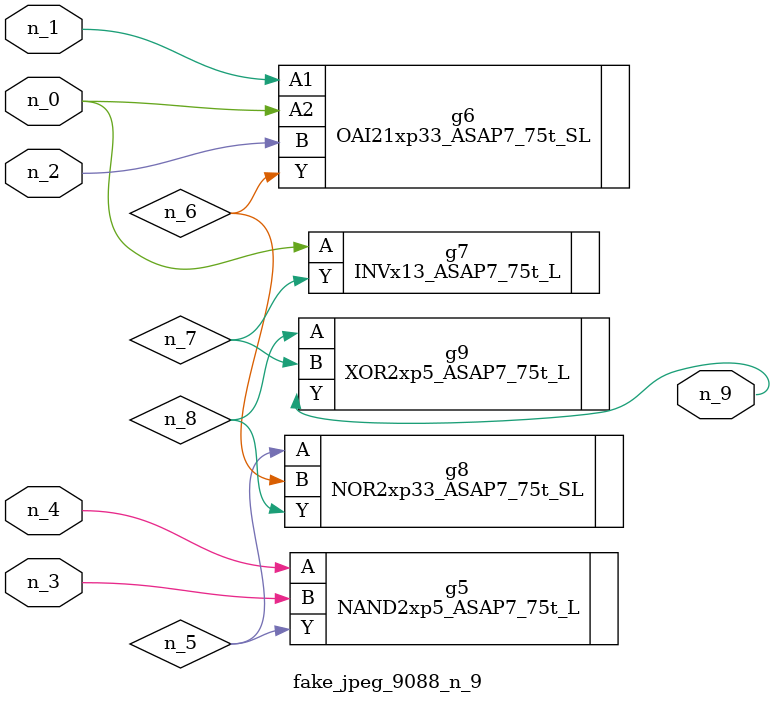
<source format=v>
module fake_jpeg_9088_n_9 (n_3, n_2, n_1, n_0, n_4, n_9);

input n_3;
input n_2;
input n_1;
input n_0;
input n_4;

output n_9;

wire n_8;
wire n_6;
wire n_5;
wire n_7;

NAND2xp5_ASAP7_75t_L g5 ( 
.A(n_4),
.B(n_3),
.Y(n_5)
);

OAI21xp33_ASAP7_75t_SL g6 ( 
.A1(n_1),
.A2(n_0),
.B(n_2),
.Y(n_6)
);

INVx13_ASAP7_75t_L g7 ( 
.A(n_0),
.Y(n_7)
);

NOR2xp33_ASAP7_75t_SL g8 ( 
.A(n_5),
.B(n_6),
.Y(n_8)
);

XOR2xp5_ASAP7_75t_L g9 ( 
.A(n_8),
.B(n_7),
.Y(n_9)
);


endmodule
</source>
